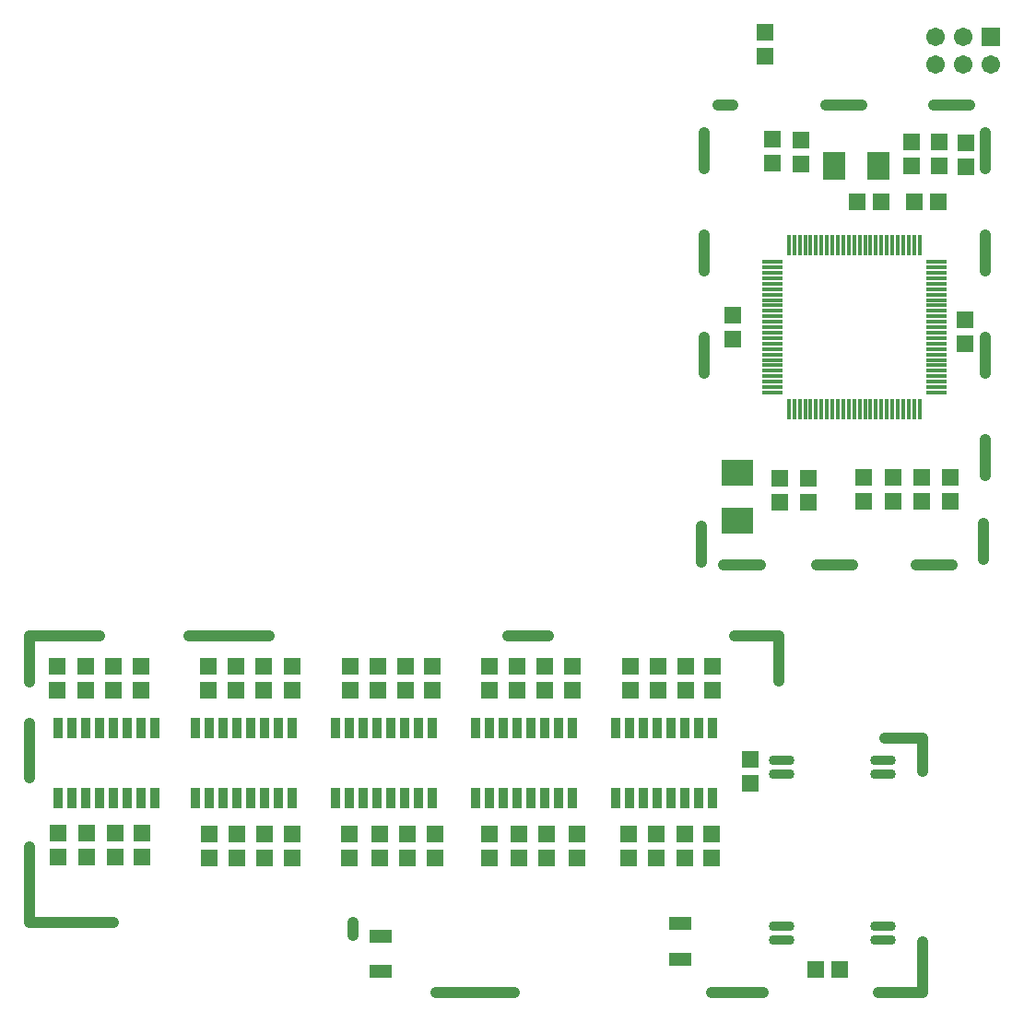
<source format=gts>
%FSLAX25Y25*%
%MOIN*%
G70*
G01*
G75*
G04 Layer_Color=8388736*
%ADD10R,0.07087X0.03937*%
%ADD11O,0.08465X0.02756*%
%ADD12R,0.05100X0.05100*%
%ADD13R,0.02559X0.06496*%
%ADD14R,0.05100X0.05100*%
%ADD15O,0.01102X0.07087*%
%ADD16O,0.07087X0.01102*%
%ADD17R,0.07480X0.09449*%
%ADD18R,0.10799X0.08500*%
%ADD19C,0.01102*%
%ADD20C,0.01000*%
%ADD21C,0.02362*%
%ADD22C,0.01500*%
%ADD23C,0.01200*%
%ADD24C,0.03000*%
%ADD25C,0.02000*%
%ADD26C,0.02500*%
%ADD27C,0.04000*%
%ADD28C,0.04331*%
%ADD29R,0.18600X0.07100*%
%ADD30R,0.10000X0.05300*%
%ADD31R,0.19700X0.10000*%
%ADD32C,0.05906*%
%ADD33R,0.05906X0.05906*%
%ADD34C,0.02000*%
%ADD35C,0.03000*%
G04:AMPARAMS|DCode=36|XSize=94.49mil|YSize=29.13mil|CornerRadius=0.73mil|HoleSize=0mil|Usage=FLASHONLY|Rotation=270.000|XOffset=0mil|YOffset=0mil|HoleType=Round|Shape=RoundedRectangle|*
%AMROUNDEDRECTD36*
21,1,0.09449,0.02768,0,0,270.0*
21,1,0.09303,0.02913,0,0,270.0*
1,1,0.00146,-0.01384,-0.04652*
1,1,0.00146,-0.01384,0.04652*
1,1,0.00146,0.01384,0.04652*
1,1,0.00146,0.01384,-0.04652*
%
%ADD36ROUNDEDRECTD36*%
%ADD37R,0.15700X0.09409*%
%ADD38C,0.00984*%
%ADD39C,0.01969*%
%ADD40C,0.01181*%
%ADD41C,0.00500*%
%ADD42C,0.00787*%
%ADD43C,0.00700*%
%ADD44C,0.00394*%
%ADD45C,0.00591*%
%ADD46R,0.08221X0.00898*%
%ADD47C,0.03937*%
%ADD48R,0.07887X0.04737*%
%ADD49O,0.09265X0.03556*%
%ADD50R,0.05900X0.05900*%
%ADD51R,0.03359X0.07296*%
%ADD52R,0.05900X0.05900*%
%ADD53O,0.01502X0.07487*%
%ADD54O,0.07487X0.01502*%
%ADD55R,0.08280X0.10249*%
%ADD56R,0.11599X0.09300*%
%ADD57C,0.06706*%
%ADD58R,0.06706X0.06706*%
D27*
X-242000Y-229500D02*
X-216900D01*
X-242000Y-246300D02*
Y-229500D01*
Y-333300D02*
Y-306100D01*
Y-333300D02*
X-211700D01*
X-242000Y-281100D02*
Y-261300D01*
X-125000Y-337900D02*
Y-333300D01*
X-95300Y-358500D02*
X-66900D01*
X4600D02*
X23300D01*
X81000D02*
Y-340400D01*
X64700Y-358500D02*
X81000D01*
X67200Y-266500D02*
X81000D01*
X12900Y-229500D02*
X29000D01*
Y-246100D02*
Y-229500D01*
X-69200D02*
X-54400D01*
X-184600D02*
X-155600D01*
X81000Y-278600D02*
Y-266500D01*
D47*
X1783Y-60606D02*
Y-47488D01*
X1783Y-97604D02*
Y-84486D01*
X1000Y-203000D02*
Y-189882D01*
X1783Y-134602D02*
Y-121484D01*
X103366Y-134602D02*
Y-121484D01*
Y-171600D02*
Y-158482D01*
X103000Y-202000D02*
Y-188882D01*
X103366Y-97604D02*
Y-84486D01*
X103366Y-60606D02*
Y-47488D01*
X9000Y-204000D02*
X22118D01*
X42500D02*
X55618D01*
X78500D02*
X91618D01*
X84846Y-37782D02*
X97965D01*
X45864D02*
X58982D01*
X6882D02*
X12100Y-37700D01*
D48*
X-6900Y-333800D02*
D03*
Y-346595D02*
D03*
X-115000Y-351100D02*
D03*
Y-338305D02*
D03*
D49*
X29993Y-274600D02*
D03*
Y-279600D02*
D03*
Y-334600D02*
D03*
Y-339600D02*
D03*
X66607Y-274600D02*
D03*
Y-279600D02*
D03*
Y-334600D02*
D03*
Y-339600D02*
D03*
D50*
X80427Y-172413D02*
D03*
Y-181074D02*
D03*
X-126519Y-309838D02*
D03*
X-95519D02*
D03*
X-157252Y-310038D02*
D03*
X-96419Y-240577D02*
D03*
X-126519Y-301177D02*
D03*
X-201419Y-300877D02*
D03*
Y-309538D02*
D03*
X-211319Y-300877D02*
D03*
Y-309538D02*
D03*
X-221369Y-300877D02*
D03*
Y-309538D02*
D03*
X-231669Y-300877D02*
D03*
Y-309538D02*
D03*
X-126033Y-249256D02*
D03*
Y-240595D02*
D03*
X-232065Y-240595D02*
D03*
Y-249256D02*
D03*
X29237Y-172526D02*
D03*
Y-181187D02*
D03*
X-201719Y-240577D02*
D03*
Y-249238D02*
D03*
X-211834Y-240595D02*
D03*
Y-249256D02*
D03*
X-221949Y-240595D02*
D03*
Y-249256D02*
D03*
X39437Y-181187D02*
D03*
X90900Y-181074D02*
D03*
X36700Y-50269D02*
D03*
X76800Y-51069D02*
D03*
X86800D02*
D03*
X-116162Y-240595D02*
D03*
X-106290D02*
D03*
X26500Y-58731D02*
D03*
X39437Y-172526D02*
D03*
X96600Y-51369D02*
D03*
X-95519Y-301177D02*
D03*
X-105519Y-309838D02*
D03*
Y-301177D02*
D03*
X-115619Y-309838D02*
D03*
Y-301177D02*
D03*
X-116162Y-249256D02*
D03*
X-106290D02*
D03*
X-96419Y-249238D02*
D03*
X-157329Y-249156D02*
D03*
X-157252Y-301377D02*
D03*
X96100Y-123931D02*
D03*
Y-115269D02*
D03*
X12200Y-113556D02*
D03*
Y-122217D02*
D03*
X76800Y-59731D02*
D03*
X86800D02*
D03*
X36700Y-58931D02*
D03*
X96600Y-60031D02*
D03*
X90900Y-172413D02*
D03*
X-5319Y-309838D02*
D03*
Y-301177D02*
D03*
X-157329Y-240495D02*
D03*
X26500Y-50069D02*
D03*
X23781Y-11177D02*
D03*
Y-19838D02*
D03*
X-75696Y-240595D02*
D03*
Y-249256D02*
D03*
X-75819Y-301177D02*
D03*
Y-309838D02*
D03*
X-65696Y-240595D02*
D03*
Y-249256D02*
D03*
X-65119Y-301177D02*
D03*
Y-309838D02*
D03*
X-55696Y-240595D02*
D03*
Y-249256D02*
D03*
X-55219Y-301177D02*
D03*
Y-309838D02*
D03*
X-45696Y-240595D02*
D03*
Y-249256D02*
D03*
X-44319Y-301177D02*
D03*
Y-309838D02*
D03*
X-24696Y-240595D02*
D03*
Y-249256D02*
D03*
X-25419Y-301177D02*
D03*
Y-309838D02*
D03*
X-177396Y-240495D02*
D03*
Y-249156D02*
D03*
X-177319Y-301377D02*
D03*
Y-310038D02*
D03*
X59576Y-172413D02*
D03*
Y-181074D02*
D03*
X-14804Y-240595D02*
D03*
Y-249256D02*
D03*
X-15419Y-301177D02*
D03*
Y-309838D02*
D03*
X-167363Y-240495D02*
D03*
Y-249156D02*
D03*
X-167286Y-301377D02*
D03*
Y-310038D02*
D03*
X70049Y-172413D02*
D03*
Y-181074D02*
D03*
X-4911Y-240595D02*
D03*
Y-249256D02*
D03*
X18400Y-274469D02*
D03*
Y-283131D02*
D03*
X4981Y-240577D02*
D03*
Y-249238D02*
D03*
X4581Y-301177D02*
D03*
Y-309838D02*
D03*
X-147296Y-240495D02*
D03*
Y-249156D02*
D03*
X-147219Y-301377D02*
D03*
Y-310038D02*
D03*
D51*
X-231719Y-262812D02*
D03*
X-221719D02*
D03*
X-211719D02*
D03*
X-201719D02*
D03*
X-196719Y-288403D02*
D03*
X-201719D02*
D03*
X-206719D02*
D03*
X-211719D02*
D03*
X-216719D02*
D03*
X-221719D02*
D03*
X-226719D02*
D03*
X-231719D02*
D03*
X-196719Y-262812D02*
D03*
X-206719D02*
D03*
X-216719D02*
D03*
X-226719D02*
D03*
X-101521Y-288403D02*
D03*
X-96521D02*
D03*
X-106521D02*
D03*
X-111521D02*
D03*
X-116521D02*
D03*
X-121521D02*
D03*
X-126521D02*
D03*
X-131521D02*
D03*
Y-262812D02*
D03*
X-126521D02*
D03*
X-121521D02*
D03*
X-116521D02*
D03*
X-111521D02*
D03*
X-106521D02*
D03*
X-101521D02*
D03*
X-96521D02*
D03*
X-19Y-288403D02*
D03*
X4981D02*
D03*
X-5019D02*
D03*
X-10019D02*
D03*
X-15019D02*
D03*
X-20019D02*
D03*
X-25019D02*
D03*
X-30019D02*
D03*
Y-262812D02*
D03*
X-25019D02*
D03*
X-20019D02*
D03*
X-15019D02*
D03*
X-10019D02*
D03*
X-5019D02*
D03*
X-19D02*
D03*
X4981D02*
D03*
X-152271Y-288403D02*
D03*
X-147271D02*
D03*
X-157271D02*
D03*
X-162271D02*
D03*
X-167271D02*
D03*
X-172271D02*
D03*
X-177271D02*
D03*
X-182271D02*
D03*
Y-262812D02*
D03*
X-177271D02*
D03*
X-172271D02*
D03*
X-167271D02*
D03*
X-162271D02*
D03*
X-157271D02*
D03*
X-152271D02*
D03*
X-147271D02*
D03*
X-50770Y-288403D02*
D03*
X-45770D02*
D03*
X-55770D02*
D03*
X-60770D02*
D03*
X-65770D02*
D03*
X-70770D02*
D03*
X-75770D02*
D03*
X-80770D02*
D03*
Y-262812D02*
D03*
X-75770D02*
D03*
X-70770D02*
D03*
X-65770D02*
D03*
X-60770D02*
D03*
X-55770D02*
D03*
X-50770D02*
D03*
X-45770D02*
D03*
D52*
X86531Y-72800D02*
D03*
X77869D02*
D03*
X65994Y-72645D02*
D03*
X57332D02*
D03*
X50731Y-350300D02*
D03*
X42069D02*
D03*
D53*
X77735Y-147732D02*
D03*
X42301D02*
D03*
X67892Y-88283D02*
D03*
X79703Y-147732D02*
D03*
X40333D02*
D03*
X69861Y-88283D02*
D03*
X32459D02*
D03*
X67892Y-147732D02*
D03*
X69861D02*
D03*
X73798D02*
D03*
X54112D02*
D03*
X34427D02*
D03*
X56081D02*
D03*
X61987D02*
D03*
X71829D02*
D03*
X40333Y-88283D02*
D03*
X42301D02*
D03*
X44270D02*
D03*
X46238D02*
D03*
X48207Y-147732D02*
D03*
X44270D02*
D03*
X46238D02*
D03*
X79703Y-88283D02*
D03*
X77735D02*
D03*
X75766D02*
D03*
X73798D02*
D03*
X71829D02*
D03*
X65924D02*
D03*
X63955D02*
D03*
X61987D02*
D03*
X60018D02*
D03*
X58049D02*
D03*
X56081D02*
D03*
X54112D02*
D03*
X52144D02*
D03*
X50175D02*
D03*
X48207D02*
D03*
X38364D02*
D03*
X36396D02*
D03*
X34427D02*
D03*
X32459Y-147732D02*
D03*
X36396D02*
D03*
X38364D02*
D03*
X50175D02*
D03*
X52144D02*
D03*
X58049D02*
D03*
X60018D02*
D03*
X63955D02*
D03*
X65924D02*
D03*
X75766D02*
D03*
D54*
X26357Y-116039D02*
D03*
X85805Y-121944D02*
D03*
X26357Y-114070D02*
D03*
X85805Y-123913D02*
D03*
X26357Y-139661D02*
D03*
X85805Y-141629D02*
D03*
Y-112102D02*
D03*
Y-129818D02*
D03*
Y-131787D02*
D03*
Y-108165D02*
D03*
Y-118007D02*
D03*
Y-119976D02*
D03*
Y-98322D02*
D03*
X26357Y-119976D02*
D03*
Y-118007D02*
D03*
X85805Y-139661D02*
D03*
Y-137692D02*
D03*
Y-135724D02*
D03*
Y-133755D02*
D03*
Y-127850D02*
D03*
Y-125881D02*
D03*
Y-116039D02*
D03*
Y-114070D02*
D03*
Y-110133D02*
D03*
Y-106196D02*
D03*
Y-104228D02*
D03*
Y-102259D02*
D03*
Y-100291D02*
D03*
Y-96354D02*
D03*
Y-94385D02*
D03*
X26357D02*
D03*
Y-96354D02*
D03*
Y-98322D02*
D03*
Y-100291D02*
D03*
Y-102259D02*
D03*
Y-104228D02*
D03*
Y-106196D02*
D03*
Y-108165D02*
D03*
Y-110133D02*
D03*
Y-112102D02*
D03*
Y-121944D02*
D03*
Y-123913D02*
D03*
Y-125881D02*
D03*
Y-127850D02*
D03*
Y-129818D02*
D03*
Y-131787D02*
D03*
Y-133755D02*
D03*
Y-135724D02*
D03*
Y-137692D02*
D03*
Y-141629D02*
D03*
D55*
X48829Y-59500D02*
D03*
X64971D02*
D03*
D56*
X13704Y-187928D02*
D03*
Y-170527D02*
D03*
D57*
X85481Y-23107D02*
D03*
X105481Y-23107D02*
D03*
X85481Y-13107D02*
D03*
X95481Y-23107D02*
D03*
X95481Y-13107D02*
D03*
D58*
X105481Y-13107D02*
D03*
M02*

</source>
